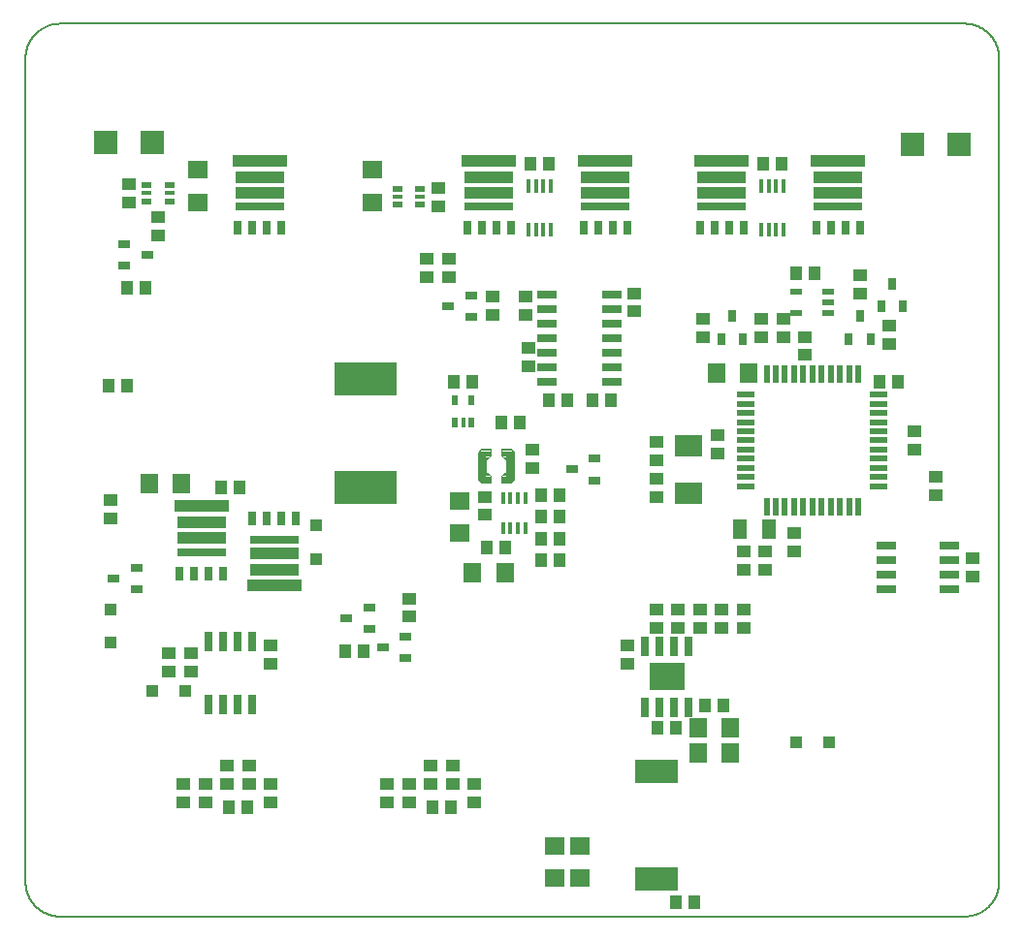
<source format=gtp>
G75*
%MOIN*%
%OFA0B0*%
%FSLAX25Y25*%
%IPPOS*%
%LPD*%
%AMOC8*
5,1,8,0,0,1.08239X$1,22.5*
%
%ADD10R,0.02756X0.04528*%
%ADD11R,0.16535X0.04331*%
%ADD12R,0.18898X0.04331*%
%ADD13R,0.16535X0.02756*%
%ADD14R,0.04331X0.04331*%
%ADD15R,0.21654X0.11811*%
%ADD16R,0.05118X0.04331*%
%ADD17R,0.04331X0.05118*%
%ADD18R,0.07098X0.06299*%
%ADD19R,0.03543X0.02362*%
%ADD20R,0.03543X0.01575*%
%ADD21R,0.02756X0.06890*%
%ADD22R,0.06890X0.02756*%
%ADD23R,0.01772X0.04331*%
%ADD24R,0.03150X0.09449*%
%ADD25C,0.00394*%
%ADD26R,0.06299X0.07087*%
%ADD27R,0.07087X0.06299*%
%ADD28R,0.03937X0.03150*%
%ADD29R,0.04724X0.07087*%
%ADD30R,0.14961X0.07874*%
%ADD31R,0.02362X0.03543*%
%ADD32R,0.01575X0.03543*%
%ADD33R,0.03150X0.03937*%
%ADD34R,0.05906X0.01969*%
%ADD35R,0.01969X0.05906*%
%ADD36R,0.09449X0.07480*%
%ADD37R,0.04331X0.02362*%
%ADD38R,0.01575X0.05118*%
%ADD39C,0.00787*%
%ADD40R,0.12205X0.09449*%
%ADD41R,0.07874X0.07874*%
D10*
X0117028Y0146644D03*
X0122028Y0146644D03*
X0127028Y0146644D03*
X0132028Y0146644D03*
X0142028Y0165600D03*
X0147028Y0165600D03*
X0152028Y0165600D03*
X0157028Y0165600D03*
X0152028Y0265394D03*
X0147028Y0265394D03*
X0142028Y0265394D03*
X0137028Y0265394D03*
X0215778Y0265394D03*
X0220778Y0265394D03*
X0225778Y0265394D03*
X0230778Y0265394D03*
X0255778Y0265394D03*
X0260778Y0265394D03*
X0265778Y0265394D03*
X0270778Y0265394D03*
X0295778Y0265394D03*
X0300778Y0265394D03*
X0305778Y0265394D03*
X0310778Y0265394D03*
X0335778Y0265394D03*
X0340778Y0265394D03*
X0345778Y0265394D03*
X0350778Y0265394D03*
D11*
X0343278Y0277500D03*
X0343278Y0283012D03*
X0303278Y0283012D03*
X0303278Y0277500D03*
X0263278Y0277500D03*
X0263278Y0283012D03*
X0223278Y0283012D03*
X0223278Y0277500D03*
X0144528Y0277500D03*
X0144528Y0283012D03*
X0124528Y0164262D03*
X0124528Y0158750D03*
X0149528Y0153494D03*
X0149528Y0147982D03*
D12*
X0149528Y0142470D03*
X0124528Y0169774D03*
X0144528Y0288524D03*
X0223278Y0288524D03*
X0263278Y0288524D03*
X0303278Y0288524D03*
X0343278Y0288524D03*
D13*
X0343278Y0272776D03*
X0303278Y0272776D03*
X0263278Y0272776D03*
X0223278Y0272776D03*
X0144528Y0272776D03*
X0149528Y0158219D03*
X0124528Y0154026D03*
D14*
X0093278Y0134331D03*
X0093278Y0122913D03*
X0107569Y0106122D03*
X0118986Y0106122D03*
X0163903Y0151663D03*
X0163903Y0163081D03*
X0328819Y0088622D03*
X0340236Y0088622D03*
D15*
X0180778Y0176171D03*
X0180778Y0213573D03*
D16*
X0224528Y0235472D03*
X0224528Y0241772D03*
X0235778Y0241772D03*
X0235778Y0235472D03*
X0237028Y0224272D03*
X0237028Y0217972D03*
X0238278Y0189272D03*
X0238278Y0182972D03*
X0222028Y0173022D03*
X0222028Y0166722D03*
X0195778Y0138022D03*
X0195778Y0131722D03*
X0148278Y0121772D03*
X0148278Y0115472D03*
X0120778Y0112972D03*
X0120778Y0119272D03*
X0113278Y0119272D03*
X0113278Y0112972D03*
X0133278Y0080522D03*
X0140778Y0080522D03*
X0140778Y0074222D03*
X0133278Y0074222D03*
X0125778Y0074272D03*
X0125778Y0067972D03*
X0118278Y0067972D03*
X0118278Y0074272D03*
X0148278Y0074272D03*
X0148278Y0067972D03*
X0188278Y0067972D03*
X0195778Y0067972D03*
X0195778Y0074272D03*
X0188278Y0074272D03*
X0203278Y0074222D03*
X0210778Y0074222D03*
X0210778Y0080522D03*
X0203278Y0080522D03*
X0218278Y0074272D03*
X0218278Y0067972D03*
X0270778Y0115472D03*
X0270778Y0121772D03*
X0280778Y0127972D03*
X0288278Y0127972D03*
X0288278Y0134272D03*
X0280778Y0134272D03*
X0295778Y0134272D03*
X0295778Y0127972D03*
X0303278Y0127972D03*
X0310778Y0127972D03*
X0310778Y0134272D03*
X0303278Y0134272D03*
X0310778Y0147972D03*
X0310778Y0154272D03*
X0318278Y0154272D03*
X0318278Y0147972D03*
X0328278Y0154222D03*
X0328278Y0160522D03*
X0302028Y0187972D03*
X0302028Y0194272D03*
X0280778Y0191772D03*
X0280778Y0185472D03*
X0280778Y0179272D03*
X0280778Y0172972D03*
X0332028Y0221722D03*
X0332028Y0228022D03*
X0324528Y0227972D03*
X0317028Y0227972D03*
X0317028Y0234272D03*
X0324528Y0234272D03*
X0297028Y0234272D03*
X0297028Y0227972D03*
X0273278Y0236722D03*
X0273278Y0243022D03*
X0209528Y0248597D03*
X0209528Y0254897D03*
X0202028Y0254897D03*
X0202028Y0248597D03*
X0205778Y0272972D03*
X0205778Y0279272D03*
X0109528Y0269272D03*
X0109528Y0262972D03*
X0099528Y0274222D03*
X0099528Y0280522D03*
X0093278Y0171772D03*
X0093278Y0165472D03*
X0350778Y0242972D03*
X0350778Y0249272D03*
X0360778Y0231772D03*
X0360778Y0225472D03*
X0369528Y0195522D03*
X0369528Y0189222D03*
X0377028Y0179897D03*
X0377028Y0173597D03*
X0389528Y0151772D03*
X0389528Y0145472D03*
D17*
X0363927Y0212372D03*
X0357628Y0212372D03*
X0335177Y0249872D03*
X0328878Y0249872D03*
X0323927Y0287372D03*
X0317628Y0287372D03*
X0243927Y0287372D03*
X0237628Y0287372D03*
X0217677Y0212372D03*
X0211378Y0212372D03*
X0227628Y0198622D03*
X0233927Y0198622D03*
X0243878Y0206122D03*
X0250177Y0206122D03*
X0258878Y0206122D03*
X0265177Y0206122D03*
X0247677Y0173622D03*
X0241378Y0173622D03*
X0241378Y0166122D03*
X0247677Y0166122D03*
X0247677Y0158622D03*
X0241378Y0158622D03*
X0241378Y0151122D03*
X0247677Y0151122D03*
X0228927Y0155497D03*
X0222628Y0155497D03*
X0180177Y0119872D03*
X0173878Y0119872D03*
X0203878Y0066122D03*
X0210177Y0066122D03*
X0140177Y0066122D03*
X0133878Y0066122D03*
X0131378Y0176122D03*
X0137677Y0176122D03*
X0098927Y0211122D03*
X0092628Y0211122D03*
X0098878Y0244872D03*
X0105177Y0244872D03*
X0281378Y0093622D03*
X0287677Y0093622D03*
X0297628Y0101122D03*
X0303927Y0101122D03*
X0293927Y0033622D03*
X0287628Y0033622D03*
D18*
X0183278Y0274274D03*
X0183278Y0285470D03*
X0123278Y0285470D03*
X0123278Y0274274D03*
D19*
X0113465Y0274616D03*
X0105591Y0274616D03*
X0105591Y0280128D03*
X0113465Y0280128D03*
X0191841Y0278878D03*
X0191841Y0273366D03*
X0199715Y0273366D03*
X0199715Y0278878D03*
D20*
X0199715Y0276122D03*
X0191841Y0276122D03*
X0113465Y0277372D03*
X0105591Y0277372D03*
D21*
X0127028Y0123199D03*
X0132028Y0123199D03*
X0137028Y0123199D03*
X0142028Y0123199D03*
X0142028Y0101545D03*
X0137028Y0101545D03*
X0132028Y0101545D03*
X0127028Y0101545D03*
X0277028Y0100689D03*
X0282028Y0100689D03*
X0287028Y0100689D03*
X0292028Y0100689D03*
X0292028Y0121555D03*
X0287028Y0121555D03*
X0282028Y0121555D03*
X0277028Y0121555D03*
D22*
X0359951Y0141122D03*
X0359951Y0146122D03*
X0359951Y0151122D03*
X0359951Y0156122D03*
X0381604Y0156122D03*
X0381604Y0151122D03*
X0381604Y0146122D03*
X0381604Y0141122D03*
X0265650Y0212372D03*
X0265650Y0217372D03*
X0265650Y0222372D03*
X0265650Y0227372D03*
X0265650Y0232372D03*
X0265650Y0237372D03*
X0265650Y0242372D03*
X0243406Y0242372D03*
X0243406Y0237372D03*
X0243406Y0232372D03*
X0243406Y0227372D03*
X0243406Y0222372D03*
X0243406Y0217372D03*
X0243406Y0212372D03*
D23*
X0235866Y0172490D03*
X0233307Y0172490D03*
X0230748Y0172490D03*
X0228189Y0172490D03*
X0228189Y0162254D03*
X0230748Y0162254D03*
X0233307Y0162254D03*
X0235866Y0162254D03*
D24*
X0230699Y0183622D03*
X0220856Y0183425D03*
D25*
X0219478Y0183546D02*
X0222234Y0183546D01*
X0222234Y0183938D02*
X0219478Y0183938D01*
X0219478Y0184330D02*
X0222234Y0184330D01*
X0222234Y0184722D02*
X0219478Y0184722D01*
X0219478Y0185115D02*
X0222234Y0185115D01*
X0222234Y0185507D02*
X0219478Y0185507D01*
X0219478Y0185899D02*
X0222543Y0185899D01*
X0222234Y0185591D02*
X0223809Y0187165D01*
X0223809Y0189528D01*
X0220659Y0189528D01*
X0219478Y0188346D01*
X0219478Y0178898D01*
X0220659Y0177717D01*
X0223809Y0177717D01*
X0223809Y0180079D01*
X0222234Y0181654D01*
X0222234Y0185591D01*
X0222935Y0186291D02*
X0219478Y0186291D01*
X0219478Y0186684D02*
X0223327Y0186684D01*
X0223719Y0187076D02*
X0219478Y0187076D01*
X0219478Y0187468D02*
X0223809Y0187468D01*
X0223809Y0187860D02*
X0219478Y0187860D01*
X0219478Y0188252D02*
X0223809Y0188252D01*
X0223809Y0188645D02*
X0219776Y0188645D01*
X0220169Y0189037D02*
X0223809Y0189037D01*
X0223809Y0189429D02*
X0220561Y0189429D01*
X0227746Y0189429D02*
X0230994Y0189429D01*
X0230896Y0189528D02*
X0232077Y0188346D01*
X0232077Y0178898D01*
X0230896Y0177717D01*
X0227746Y0177717D01*
X0227746Y0180079D01*
X0229321Y0181654D01*
X0229321Y0185591D01*
X0227746Y0187165D01*
X0227746Y0189528D01*
X0230896Y0189528D01*
X0231386Y0189037D02*
X0227746Y0189037D01*
X0227746Y0188645D02*
X0231779Y0188645D01*
X0232077Y0188252D02*
X0227746Y0188252D01*
X0227746Y0187860D02*
X0232077Y0187860D01*
X0232077Y0187468D02*
X0227746Y0187468D01*
X0227836Y0187076D02*
X0232077Y0187076D01*
X0232077Y0186684D02*
X0228228Y0186684D01*
X0228620Y0186291D02*
X0232077Y0186291D01*
X0232077Y0185899D02*
X0229012Y0185899D01*
X0229321Y0185507D02*
X0232077Y0185507D01*
X0232077Y0185115D02*
X0229321Y0185115D01*
X0229321Y0184722D02*
X0232077Y0184722D01*
X0232077Y0184330D02*
X0229321Y0184330D01*
X0229321Y0183938D02*
X0232077Y0183938D01*
X0232077Y0183546D02*
X0229321Y0183546D01*
X0229321Y0183154D02*
X0232077Y0183154D01*
X0232077Y0182761D02*
X0229321Y0182761D01*
X0229321Y0182369D02*
X0232077Y0182369D01*
X0232077Y0181977D02*
X0229321Y0181977D01*
X0229252Y0181585D02*
X0232077Y0181585D01*
X0232077Y0181193D02*
X0228860Y0181193D01*
X0228468Y0180800D02*
X0232077Y0180800D01*
X0232077Y0180408D02*
X0228075Y0180408D01*
X0227746Y0180016D02*
X0232077Y0180016D01*
X0232077Y0179624D02*
X0227746Y0179624D01*
X0227746Y0179231D02*
X0232077Y0179231D01*
X0232018Y0178839D02*
X0227746Y0178839D01*
X0227746Y0178447D02*
X0231626Y0178447D01*
X0231234Y0178055D02*
X0227746Y0178055D01*
X0223809Y0178055D02*
X0220321Y0178055D01*
X0219929Y0178447D02*
X0223809Y0178447D01*
X0223809Y0178839D02*
X0219537Y0178839D01*
X0219478Y0179231D02*
X0223809Y0179231D01*
X0223809Y0179624D02*
X0219478Y0179624D01*
X0219478Y0180016D02*
X0223809Y0180016D01*
X0223480Y0180408D02*
X0219478Y0180408D01*
X0219478Y0180800D02*
X0223087Y0180800D01*
X0222695Y0181193D02*
X0219478Y0181193D01*
X0219478Y0181585D02*
X0222303Y0181585D01*
X0222234Y0181977D02*
X0219478Y0181977D01*
X0219478Y0182369D02*
X0222234Y0182369D01*
X0222234Y0182761D02*
X0219478Y0182761D01*
X0219478Y0183154D02*
X0222234Y0183154D01*
D26*
X0217766Y0146747D03*
X0228789Y0146747D03*
X0295266Y0093622D03*
X0295266Y0084872D03*
X0306289Y0084872D03*
X0306289Y0093622D03*
X0301516Y0215497D03*
X0312539Y0215497D03*
X0117539Y0177372D03*
X0106516Y0177372D03*
D27*
X0213278Y0171634D03*
X0213278Y0160610D03*
X0245778Y0052884D03*
X0254528Y0052884D03*
X0254528Y0041860D03*
X0245778Y0041860D03*
D28*
X0194715Y0117382D03*
X0194715Y0124862D03*
X0186841Y0121122D03*
X0182215Y0127382D03*
X0182215Y0134862D03*
X0174341Y0131122D03*
X0102215Y0141132D03*
X0102215Y0148612D03*
X0094341Y0144872D03*
X0209341Y0238622D03*
X0217215Y0234882D03*
X0217215Y0242362D03*
X0259715Y0186112D03*
X0259715Y0178632D03*
X0251841Y0182372D03*
X0105965Y0256122D03*
X0098091Y0252382D03*
X0098091Y0259862D03*
D29*
X0309606Y0161747D03*
X0319449Y0161747D03*
D30*
X0280778Y0078376D03*
X0280778Y0041368D03*
D31*
X0217283Y0198435D03*
X0211772Y0198435D03*
X0211772Y0206309D03*
X0217283Y0206309D03*
D32*
X0214528Y0198435D03*
D33*
X0303287Y0227185D03*
X0310768Y0227185D03*
X0307028Y0235059D03*
X0347037Y0227185D03*
X0354518Y0227185D03*
X0350778Y0235059D03*
X0358287Y0238435D03*
X0365768Y0238435D03*
X0362028Y0246309D03*
D34*
X0357362Y0208120D03*
X0357362Y0204970D03*
X0357362Y0201821D03*
X0357362Y0198671D03*
X0357362Y0195522D03*
X0357362Y0192372D03*
X0357362Y0189222D03*
X0357362Y0186073D03*
X0357362Y0182923D03*
X0357362Y0179774D03*
X0357362Y0176624D03*
X0311693Y0176624D03*
X0311693Y0179774D03*
X0311693Y0182923D03*
X0311693Y0186073D03*
X0311693Y0189222D03*
X0311693Y0192372D03*
X0311693Y0195522D03*
X0311693Y0198671D03*
X0311693Y0201821D03*
X0311693Y0204970D03*
X0311693Y0208120D03*
D35*
X0318780Y0215207D03*
X0321929Y0215207D03*
X0325079Y0215207D03*
X0328228Y0215207D03*
X0331378Y0215207D03*
X0334528Y0215207D03*
X0337677Y0215207D03*
X0340827Y0215207D03*
X0343976Y0215207D03*
X0347126Y0215207D03*
X0350276Y0215207D03*
X0350276Y0169537D03*
X0347126Y0169537D03*
X0343976Y0169537D03*
X0340827Y0169537D03*
X0337677Y0169537D03*
X0334528Y0169537D03*
X0331378Y0169537D03*
X0328228Y0169537D03*
X0325079Y0169537D03*
X0321929Y0169537D03*
X0318780Y0169537D03*
D36*
X0292028Y0174301D03*
X0292028Y0190443D03*
D37*
X0329016Y0236132D03*
X0329016Y0243612D03*
X0340039Y0243612D03*
X0340039Y0239872D03*
X0340039Y0236132D03*
D38*
X0324616Y0264892D03*
X0322057Y0264892D03*
X0319498Y0264892D03*
X0316939Y0264892D03*
X0316939Y0279852D03*
X0319498Y0279852D03*
X0322057Y0279852D03*
X0324616Y0279852D03*
X0244616Y0279852D03*
X0242057Y0279852D03*
X0239498Y0279852D03*
X0236939Y0279852D03*
X0236939Y0264892D03*
X0239498Y0264892D03*
X0242057Y0264892D03*
X0244616Y0264892D03*
D39*
X0064055Y0323898D02*
X0064055Y0040433D01*
X0064058Y0040148D01*
X0064069Y0039862D01*
X0064086Y0039577D01*
X0064110Y0039293D01*
X0064141Y0039009D01*
X0064179Y0038726D01*
X0064224Y0038445D01*
X0064275Y0038164D01*
X0064333Y0037884D01*
X0064398Y0037606D01*
X0064470Y0037330D01*
X0064548Y0037056D01*
X0064633Y0036783D01*
X0064725Y0036513D01*
X0064823Y0036245D01*
X0064927Y0035979D01*
X0065038Y0035716D01*
X0065155Y0035456D01*
X0065278Y0035198D01*
X0065408Y0034944D01*
X0065544Y0034693D01*
X0065685Y0034445D01*
X0065833Y0034201D01*
X0065986Y0033960D01*
X0066146Y0033724D01*
X0066311Y0033491D01*
X0066481Y0033262D01*
X0066657Y0033037D01*
X0066839Y0032817D01*
X0067025Y0032601D01*
X0067217Y0032390D01*
X0067414Y0032183D01*
X0067616Y0031981D01*
X0067823Y0031784D01*
X0068034Y0031592D01*
X0068250Y0031406D01*
X0068470Y0031224D01*
X0068695Y0031048D01*
X0068924Y0030878D01*
X0069157Y0030713D01*
X0069393Y0030553D01*
X0069634Y0030400D01*
X0069878Y0030252D01*
X0070126Y0030111D01*
X0070377Y0029975D01*
X0070631Y0029845D01*
X0070889Y0029722D01*
X0071149Y0029605D01*
X0071412Y0029494D01*
X0071678Y0029390D01*
X0071946Y0029292D01*
X0072216Y0029200D01*
X0072489Y0029115D01*
X0072763Y0029037D01*
X0073039Y0028965D01*
X0073317Y0028900D01*
X0073597Y0028842D01*
X0073878Y0028791D01*
X0074159Y0028746D01*
X0074442Y0028708D01*
X0074726Y0028677D01*
X0075010Y0028653D01*
X0075295Y0028636D01*
X0075581Y0028625D01*
X0075866Y0028622D01*
X0386890Y0028622D01*
X0387175Y0028625D01*
X0387461Y0028636D01*
X0387746Y0028653D01*
X0388030Y0028677D01*
X0388314Y0028708D01*
X0388597Y0028746D01*
X0388878Y0028791D01*
X0389159Y0028842D01*
X0389439Y0028900D01*
X0389717Y0028965D01*
X0389993Y0029037D01*
X0390267Y0029115D01*
X0390540Y0029200D01*
X0390810Y0029292D01*
X0391078Y0029390D01*
X0391344Y0029494D01*
X0391607Y0029605D01*
X0391867Y0029722D01*
X0392125Y0029845D01*
X0392379Y0029975D01*
X0392630Y0030111D01*
X0392878Y0030252D01*
X0393122Y0030400D01*
X0393363Y0030553D01*
X0393599Y0030713D01*
X0393832Y0030878D01*
X0394061Y0031048D01*
X0394286Y0031224D01*
X0394506Y0031406D01*
X0394722Y0031592D01*
X0394933Y0031784D01*
X0395140Y0031981D01*
X0395342Y0032183D01*
X0395539Y0032390D01*
X0395731Y0032601D01*
X0395917Y0032817D01*
X0396099Y0033037D01*
X0396275Y0033262D01*
X0396445Y0033491D01*
X0396610Y0033724D01*
X0396770Y0033960D01*
X0396923Y0034201D01*
X0397071Y0034445D01*
X0397212Y0034693D01*
X0397348Y0034944D01*
X0397478Y0035198D01*
X0397601Y0035456D01*
X0397718Y0035716D01*
X0397829Y0035979D01*
X0397933Y0036245D01*
X0398031Y0036513D01*
X0398123Y0036783D01*
X0398208Y0037056D01*
X0398286Y0037330D01*
X0398358Y0037606D01*
X0398423Y0037884D01*
X0398481Y0038164D01*
X0398532Y0038445D01*
X0398577Y0038726D01*
X0398615Y0039009D01*
X0398646Y0039293D01*
X0398670Y0039577D01*
X0398687Y0039862D01*
X0398698Y0040148D01*
X0398701Y0040433D01*
X0398701Y0323898D01*
X0398698Y0324183D01*
X0398687Y0324469D01*
X0398670Y0324754D01*
X0398646Y0325038D01*
X0398615Y0325322D01*
X0398577Y0325605D01*
X0398532Y0325886D01*
X0398481Y0326167D01*
X0398423Y0326447D01*
X0398358Y0326725D01*
X0398286Y0327001D01*
X0398208Y0327275D01*
X0398123Y0327548D01*
X0398031Y0327818D01*
X0397933Y0328086D01*
X0397829Y0328352D01*
X0397718Y0328615D01*
X0397601Y0328875D01*
X0397478Y0329133D01*
X0397348Y0329387D01*
X0397212Y0329638D01*
X0397071Y0329886D01*
X0396923Y0330130D01*
X0396770Y0330371D01*
X0396610Y0330607D01*
X0396445Y0330840D01*
X0396275Y0331069D01*
X0396099Y0331294D01*
X0395917Y0331514D01*
X0395731Y0331730D01*
X0395539Y0331941D01*
X0395342Y0332148D01*
X0395140Y0332350D01*
X0394933Y0332547D01*
X0394722Y0332739D01*
X0394506Y0332925D01*
X0394286Y0333107D01*
X0394061Y0333283D01*
X0393832Y0333453D01*
X0393599Y0333618D01*
X0393363Y0333778D01*
X0393122Y0333931D01*
X0392878Y0334079D01*
X0392630Y0334220D01*
X0392379Y0334356D01*
X0392125Y0334486D01*
X0391867Y0334609D01*
X0391607Y0334726D01*
X0391344Y0334837D01*
X0391078Y0334941D01*
X0390810Y0335039D01*
X0390540Y0335131D01*
X0390267Y0335216D01*
X0389993Y0335294D01*
X0389717Y0335366D01*
X0389439Y0335431D01*
X0389159Y0335489D01*
X0388878Y0335540D01*
X0388597Y0335585D01*
X0388314Y0335623D01*
X0388030Y0335654D01*
X0387746Y0335678D01*
X0387461Y0335695D01*
X0387175Y0335706D01*
X0386890Y0335709D01*
X0075866Y0335709D01*
X0075581Y0335706D01*
X0075295Y0335695D01*
X0075010Y0335678D01*
X0074726Y0335654D01*
X0074442Y0335623D01*
X0074159Y0335585D01*
X0073878Y0335540D01*
X0073597Y0335489D01*
X0073317Y0335431D01*
X0073039Y0335366D01*
X0072763Y0335294D01*
X0072489Y0335216D01*
X0072216Y0335131D01*
X0071946Y0335039D01*
X0071678Y0334941D01*
X0071412Y0334837D01*
X0071149Y0334726D01*
X0070889Y0334609D01*
X0070631Y0334486D01*
X0070377Y0334356D01*
X0070126Y0334220D01*
X0069878Y0334079D01*
X0069634Y0333931D01*
X0069393Y0333778D01*
X0069157Y0333618D01*
X0068924Y0333453D01*
X0068695Y0333283D01*
X0068470Y0333107D01*
X0068250Y0332925D01*
X0068034Y0332739D01*
X0067823Y0332547D01*
X0067616Y0332350D01*
X0067414Y0332148D01*
X0067217Y0331941D01*
X0067025Y0331730D01*
X0066839Y0331514D01*
X0066657Y0331294D01*
X0066481Y0331069D01*
X0066311Y0330840D01*
X0066146Y0330607D01*
X0065986Y0330371D01*
X0065833Y0330130D01*
X0065685Y0329886D01*
X0065544Y0329638D01*
X0065408Y0329387D01*
X0065278Y0329133D01*
X0065155Y0328875D01*
X0065038Y0328615D01*
X0064927Y0328352D01*
X0064823Y0328086D01*
X0064725Y0327818D01*
X0064633Y0327548D01*
X0064548Y0327275D01*
X0064470Y0327001D01*
X0064398Y0326725D01*
X0064333Y0326447D01*
X0064275Y0326167D01*
X0064224Y0325886D01*
X0064179Y0325605D01*
X0064141Y0325322D01*
X0064110Y0325038D01*
X0064086Y0324754D01*
X0064069Y0324469D01*
X0064058Y0324183D01*
X0064055Y0323898D01*
D40*
X0284528Y0111122D03*
D41*
X0368957Y0294247D03*
X0385098Y0294247D03*
X0107598Y0294872D03*
X0091457Y0294872D03*
M02*

</source>
